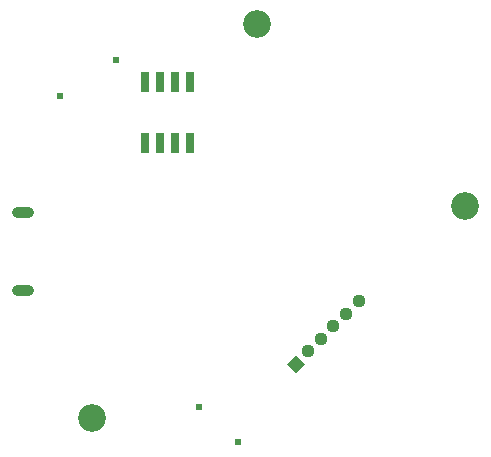
<source format=gbr>
G04 EAGLE Gerber RS-274X export*
G75*
%MOMM*%
%FSLAX34Y34*%
%LPD*%
%INSoldermask Bottom*%
%IPPOS*%
%AMOC8*
5,1,8,0,0,1.08239X$1,22.5*%
G01*
%ADD10C,2.349500*%
%ADD11R,0.663500X1.663500*%
%ADD12C,0.563500*%
%ADD13C,0.963500*%
%ADD14R,1.113500X1.113500*%
%ADD15C,1.113500*%
%ADD16C,0.616700*%


D10*
X398463Y19050D03*
X222250Y173038D03*
X82550Y-160338D03*
D11*
X165354Y72425D03*
X152654Y72425D03*
X139954Y72425D03*
X127254Y72425D03*
X127254Y124425D03*
X139954Y124425D03*
X152654Y124425D03*
X165354Y124425D03*
D12*
X23813Y13950D03*
X23813Y-52050D03*
D13*
X19313Y13950D02*
X28313Y13950D01*
X28313Y-52050D02*
X19313Y-52050D01*
D14*
G36*
X255129Y-106615D02*
X263001Y-114487D01*
X255129Y-122359D01*
X247257Y-114487D01*
X255129Y-106615D01*
G37*
D15*
X265735Y-103880D03*
X276342Y-93273D03*
X286948Y-82667D03*
X308162Y-61454D03*
X297555Y-72060D03*
D16*
X173038Y-150813D03*
X206375Y-180975D03*
X103188Y142875D03*
X55563Y112713D03*
M02*

</source>
